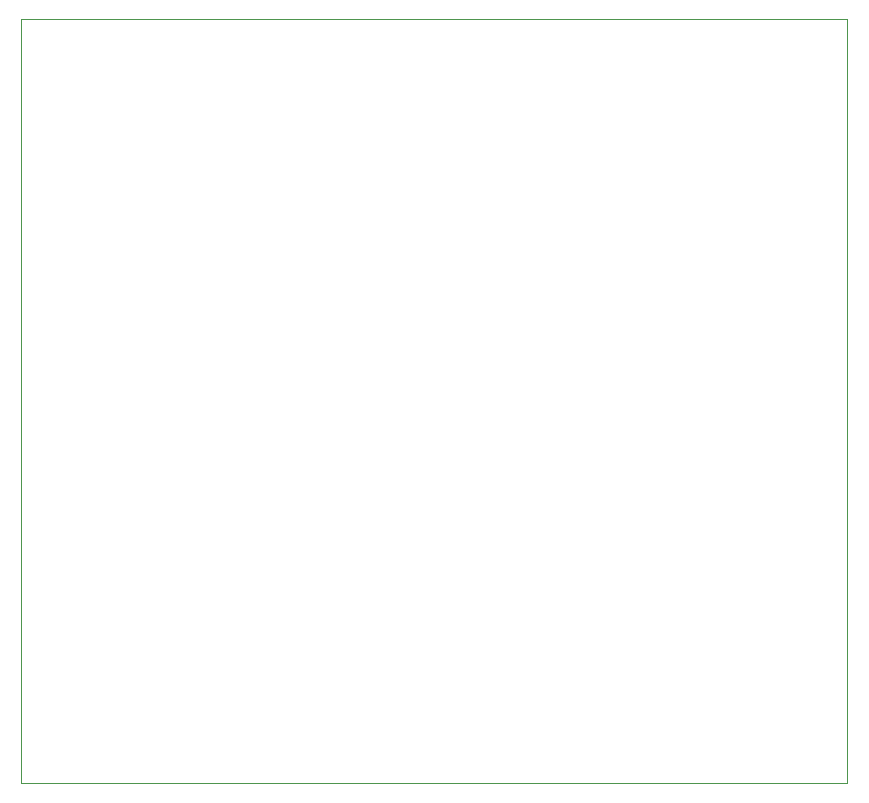
<source format=gbr>
%TF.GenerationSoftware,KiCad,Pcbnew,7.0.1*%
%TF.CreationDate,2024-04-08T12:26:25+03:00*%
%TF.ProjectId,double_flop,646f7562-6c65-45f6-966c-6f702e6b6963,rev?*%
%TF.SameCoordinates,Original*%
%TF.FileFunction,Profile,NP*%
%FSLAX46Y46*%
G04 Gerber Fmt 4.6, Leading zero omitted, Abs format (unit mm)*
G04 Created by KiCad (PCBNEW 7.0.1) date 2024-04-08 12:26:25*
%MOMM*%
%LPD*%
G01*
G04 APERTURE LIST*
%TA.AperFunction,Profile*%
%ADD10C,0.100000*%
%TD*%
G04 APERTURE END LIST*
D10*
X204392500Y-22597500D02*
X134442500Y-22597500D01*
X134442500Y-87297500D01*
X204392500Y-87297500D01*
X204392500Y-22597500D01*
M02*

</source>
